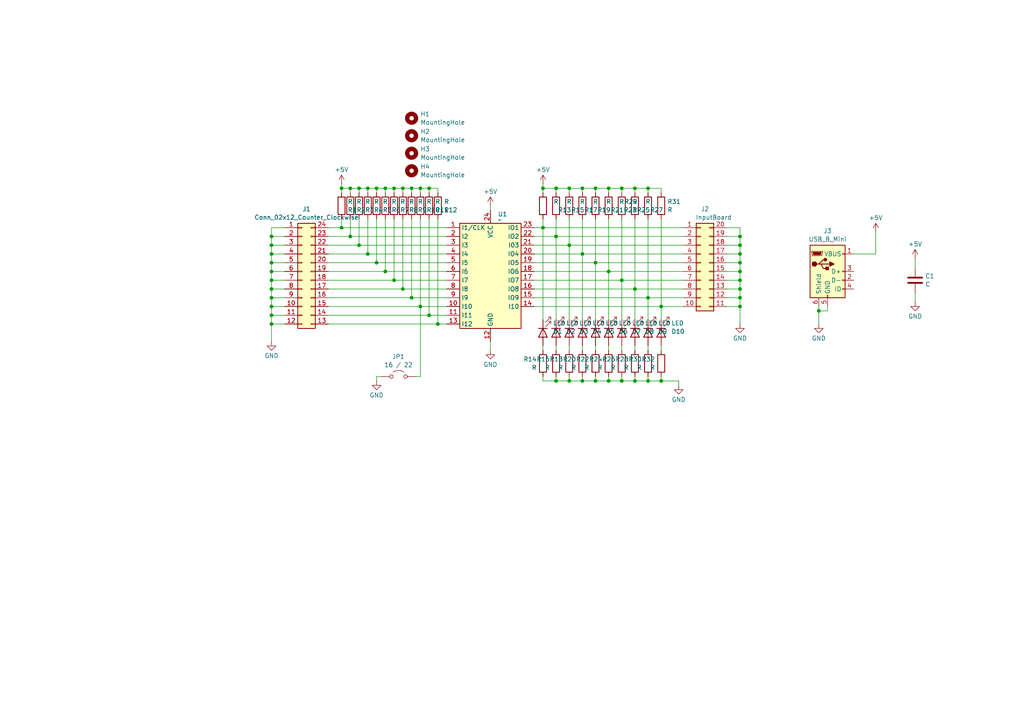
<source format=kicad_sch>
(kicad_sch (version 20250114) (generator "eeschema") (generator_version "9.0")
  (paper "A4")
  (lib_symbols
    (symbol "Connector:USB_B_Mini" (pin_names (offset 1.016))
      (property "Reference" "J" (at -5.08 11.43 0))
      (property "Value" "USB_B_Mini" (at -5.08 8.89 0))
      (symbol "USB_B_Mini_0_1"
        (rectangle (start -5.08 -7.62) (end 5.08 7.62) (stroke (width 0.254)) (fill (type background)))
        (polyline (pts (xy -4.699 5.842) (xy -4.699 5.588) (xy -4.445 4.826) (xy -4.445 4.572) (xy -1.651 4.572) (xy -1.651 4.826) (xy -1.397 5.588) (xy -1.397 5.842) (xy -4.699 5.842)))
        (polyline (pts (xy -4.318 5.588) (xy -1.778 5.588) (xy -2.032 4.826) (xy -4.064 4.826) (xy -4.318 5.588)) (fill (type outline)))
        (circle (center -3.81 2.159) (radius 0.635) (stroke (width 0.254)) (fill (type outline)))
        (polyline (pts (xy -3.175 2.159) (xy -2.54 2.159) (xy -1.27 3.429) (xy -0.635 3.429)) (stroke (width 0.254)))
        (polyline (pts (xy -2.54 2.159) (xy -1.905 2.159) (xy -1.27 0.889) (xy 0 0.889)) (stroke (width 0.254)))
        (polyline (pts (xy -1.905 2.159) (xy 0.635 2.159)) (stroke (width 0.254)))
        (circle (center -0.635 3.429) (radius 0.381) (stroke (width 0.254)) (fill (type outline)))
        (rectangle (start -0.127 -7.62) (end 0.127 -6.858))
        (rectangle (start 0.254 1.27) (end -0.508 0.508) (stroke (width 0.254)) (fill (type outline)))
        (polyline (pts (xy 0.635 2.794) (xy 0.635 1.524) (xy 1.905 2.159) (xy 0.635 2.794)) (stroke (width 0.254)) (fill (type outline)))
        (rectangle (start 5.08 4.953) (end 4.318 5.207))
        (rectangle (start 5.08 -0.127) (end 4.318 0.127))
        (rectangle (start 5.08 -2.667) (end 4.318 -2.413))
        (rectangle (start 5.08 -5.207) (end 4.318 -4.953))
      )
      (symbol "USB_B_Mini_1_1"
        (pin passive line (at -2.54 -10.16 90) (length 2.54) (name "Shield") (number "6"))
        (pin power_out line (at 0 -10.16 90) (length 2.54) (name "GND") (number "5"))
        (pin power_out line (at 7.62 5.08 180) (length 2.54) (name "VBUS") (number "1"))
        (pin bidirectional line (at 7.62 0 180) (length 2.54) (name "D+") (number "3"))
        (pin bidirectional line (at 7.62 -2.54 180) (length 2.54) (name "D-") (number "2"))
        (pin passive line (at 7.62 -5.08 180) (length 2.54) (name "ID") (number "4"))
      )
    )
    (symbol "Connector_Generic:Conn_02x10_Counter_Clockwise" (pin_names (offset 1.016) (hide yes))
      (property "Reference" "J" (at 1.27 12.7 0))
      (property "Value" "Conn_02x10_Counter_Clockwise" (at 1.27 -15.24 0))
      (symbol "Conn_02x10_Counter_Clockwise_1_1"
        (rectangle (start -1.27 11.43) (end 3.81 -13.97) (stroke (width 0.254)) (fill (type background)))
        (rectangle (start -1.27 10.287) (end 0 10.033) (stroke (width 0.1524)))
        (rectangle (start -1.27 7.747) (end 0 7.493) (stroke (width 0.1524)))
        (rectangle (start -1.27 5.207) (end 0 4.953) (stroke (width 0.1524)))
        (rectangle (start -1.27 2.667) (end 0 2.413) (stroke (width 0.1524)))
        (rectangle (start -1.27 0.127) (end 0 -0.127) (stroke (width 0.1524)))
        (rectangle (start -1.27 -2.413) (end 0 -2.667) (stroke (width 0.1524)))
        (rectangle (start -1.27 -4.953) (end 0 -5.207) (stroke (width 0.1524)))
        (rectangle (start -1.27 -7.493) (end 0 -7.747) (stroke (width 0.1524)))
        (rectangle (start -1.27 -10.033) (end 0 -10.287) (stroke (width 0.1524)))
        (rectangle (start -1.27 -12.573) (end 0 -12.827) (stroke (width 0.1524)))
        (rectangle (start 3.81 10.287) (end 2.54 10.033) (stroke (width 0.1524)))
        (rectangle (start 3.81 7.747) (end 2.54 7.493) (stroke (width 0.1524)))
        (rectangle (start 3.81 5.207) (end 2.54 4.953) (stroke (width 0.1524)))
        (rectangle (start 3.81 2.667) (end 2.54 2.413) (stroke (width 0.1524)))
        (rectangle (start 3.81 0.127) (end 2.54 -0.127) (stroke (width 0.1524)))
        (rectangle (start 3.81 -2.413) (end 2.54 -2.667) (stroke (width 0.1524)))
        (rectangle (start 3.81 -4.953) (end 2.54 -5.207) (stroke (width 0.1524)))
        (rectangle (start 3.81 -7.493) (end 2.54 -7.747) (stroke (width 0.1524)))
        (rectangle (start 3.81 -10.033) (end 2.54 -10.287) (stroke (width 0.1524)))
        (rectangle (start 3.81 -12.573) (end 2.54 -12.827) (stroke (width 0.1524)))
        (pin passive line (at -5.08 10.16 0) (length 3.81) (name "Pin_1") (number "1"))
        (pin passive line (at -5.08 7.62 0) (length 3.81) (name "Pin_2") (number "2"))
        (pin passive line (at -5.08 5.08 0) (length 3.81) (name "Pin_3") (number "3"))
        (pin passive line (at -5.08 2.54 0) (length 3.81) (name "Pin_4") (number "4"))
        (pin passive line (at -5.08 0 0) (length 3.81) (name "Pin_5") (number "5"))
        (pin passive line (at -5.08 -2.54 0) (length 3.81) (name "Pin_6") (number "6"))
        (pin passive line (at -5.08 -5.08 0) (length 3.81) (name "Pin_7") (number "7"))
        (pin passive line (at -5.08 -7.62 0) (length 3.81) (name "Pin_8") (number "8"))
        (pin passive line (at -5.08 -10.16 0) (length 3.81) (name "Pin_9") (number "9"))
        (pin passive line (at -5.08 -12.7 0) (length 3.81) (name "Pin_10") (number "10"))
        (pin passive line (at 7.62 10.16 180) (length 3.81) (name "Pin_20") (number "20"))
        (pin passive line (at 7.62 7.62 180) (length 3.81) (name "Pin_19") (number "19"))
        (pin passive line (at 7.62 5.08 180) (length 3.81) (name "Pin_18") (number "18"))
        (pin passive line (at 7.62 2.54 180) (length 3.81) (name "Pin_17") (number "17"))
        (pin passive line (at 7.62 0 180) (length 3.81) (name "Pin_16") (number "16"))
        (pin passive line (at 7.62 -2.54 180) (length 3.81) (name "Pin_15") (number "15"))
        (pin passive line (at 7.62 -5.08 180) (length 3.81) (name "Pin_14") (number "14"))
        (pin passive line (at 7.62 -7.62 180) (length 3.81) (name "Pin_13") (number "13"))
        (pin passive line (at 7.62 -10.16 180) (length 3.81) (name "Pin_12") (number "12"))
        (pin passive line (at 7.62 -12.7 180) (length 3.81) (name "Pin_11") (number "11"))
      )
    )
    (symbol "Connector_Generic:Conn_02x12_Counter_Clockwise" (pin_names (offset 1.016) (hide yes))
      (property "Reference" "J" (at 1.27 15.24 0))
      (property "Value" "Conn_02x12_Counter_Clockwise" (at 1.27 -17.78 0))
      (symbol "Conn_02x12_Counter_Clockwise_1_1"
        (rectangle (start -1.27 13.97) (end 3.81 -16.51) (stroke (width 0.254)) (fill (type background)))
        (rectangle (start -1.27 12.827) (end 0 12.573) (stroke (width 0.1524)))
        (rectangle (start -1.27 10.287) (end 0 10.033) (stroke (width 0.1524)))
        (rectangle (start -1.27 7.747) (end 0 7.493) (stroke (width 0.1524)))
        (rectangle (start -1.27 5.207) (end 0 4.953) (stroke (width 0.1524)))
        (rectangle (start -1.27 2.667) (end 0 2.413) (stroke (width 0.1524)))
        (rectangle (start -1.27 0.127) (end 0 -0.127) (stroke (width 0.1524)))
        (rectangle (start -1.27 -2.413) (end 0 -2.667) (stroke (width 0.1524)))
        (rectangle (start -1.27 -4.953) (end 0 -5.207) (stroke (width 0.1524)))
        (rectangle (start -1.27 -7.493) (end 0 -7.747) (stroke (width 0.1524)))
        (rectangle (start -1.27 -10.033) (end 0 -10.287) (stroke (width 0.1524)))
        (rectangle (start -1.27 -12.573) (end 0 -12.827) (stroke (width 0.1524)))
        (rectangle (start -1.27 -15.113) (end 0 -15.367) (stroke (width 0.1524)))
        (rectangle (start 3.81 12.827) (end 2.54 12.573) (stroke (width 0.1524)))
        (rectangle (start 3.81 10.287) (end 2.54 10.033) (stroke (width 0.1524)))
        (rectangle (start 3.81 7.747) (end 2.54 7.493) (stroke (width 0.1524)))
        (rectangle (start 3.81 5.207) (end 2.54 4.953) (stroke (width 0.1524)))
        (rectangle (start 3.81 2.667) (end 2.54 2.413) (stroke (width 0.1524)))
        (rectangle (start 3.81 0.127) (end 2.54 -0.127) (stroke (width 0.1524)))
        (rectangle (start 3.81 -2.413) (end 2.54 -2.667) (stroke (width 0.1524)))
        (rectangle (start 3.81 -4.953) (end 2.54 -5.207) (stroke (width 0.1524)))
        (rectangle (start 3.81 -7.493) (end 2.54 -7.747) (stroke (width 0.1524)))
        (rectangle (start 3.81 -10.033) (end 2.54 -10.287) (stroke (width 0.1524)))
        (rectangle (start 3.81 -12.573) (end 2.54 -12.827) (stroke (width 0.1524)))
        (rectangle (start 3.81 -15.113) (end 2.54 -15.367) (stroke (width 0.1524)))
        (pin passive line (at -5.08 12.7 0) (length 3.81) (name "Pin_1") (number "1"))
        (pin passive line (at -5.08 10.16 0) (length 3.81) (name "Pin_2") (number "2"))
        (pin passive line (at -5.08 7.62 0) (length 3.81) (name "Pin_3") (number "3"))
        (pin passive line (at -5.08 5.08 0) (length 3.81) (name "Pin_4") (number "4"))
        (pin passive line (at -5.08 2.54 0) (length 3.81) (name "Pin_5") (number "5"))
        (pin passive line (at -5.08 0 0) (length 3.81) (name "Pin_6") (number "6"))
        (pin passive line (at -5.08 -2.54 0) (length 3.81) (name "Pin_7") (number "7"))
        (pin passive line (at -5.08 -5.08 0) (length 3.81) (name "Pin_8") (number "8"))
        (pin passive line (at -5.08 -7.62 0) (length 3.81) (name "Pin_9") (number "9"))
        (pin passive line (at -5.08 -10.16 0) (length 3.81) (name "Pin_10") (number "10"))
        (pin passive line (at -5.08 -12.7 0) (length 3.81) (name "Pin_11") (number "11"))
        (pin passive line (at -5.08 -15.24 0) (length 3.81) (name "Pin_12") (number "12"))
        (pin passive line (at 7.62 12.7 180) (length 3.81) (name "Pin_24") (number "24"))
        (pin passive line (at 7.62 10.16 180) (length 3.81) (name "Pin_23") (number "23"))
        (pin passive line (at 7.62 7.62 180) (length 3.81) (name "Pin_22") (number "22"))
        (pin passive line (at 7.62 5.08 180) (length 3.81) (name "Pin_21") (number "21"))
        (pin passive line (at 7.62 2.54 180) (length 3.81) (name "Pin_20") (number "20"))
        (pin passive line (at 7.62 0 180) (length 3.81) (name "Pin_19") (number "19"))
        (pin passive line (at 7.62 -2.54 180) (length 3.81) (name "Pin_18") (number "18"))
        (pin passive line (at 7.62 -5.08 180) (length 3.81) (name "Pin_17") (number "17"))
        (pin passive line (at 7.62 -7.62 180) (length 3.81) (name "Pin_16") (number "16"))
        (pin passive line (at 7.62 -10.16 180) (length 3.81) (name "Pin_15") (number "15"))
        (pin passive line (at 7.62 -12.7 180) (length 3.81) (name "Pin_14") (number "14"))
        (pin passive line (at 7.62 -15.24 180) (length 3.81) (name "Pin_13") (number "13"))
      )
    )
    (symbol "Device:C" (pin_numbers (hide yes)) (pin_names (offset 0.254))
      (property "Reference" "C" (at 0.635 2.54 0))
      (property "Value" "C" (at 0.635 -2.54 0))
      (symbol "C_0_1"
        (polyline (pts (xy -2.032 0.762) (xy 2.032 0.762)) (stroke (width 0.508)))
        (polyline (pts (xy -2.032 -0.762) (xy 2.032 -0.762)) (stroke (width 0.508)))
      )
      (symbol "C_1_1"
        (pin passive line (at 0 3.81 270) (length 2.794) (name "~") (number "1"))
        (pin passive line (at 0 -3.81 90) (length 2.794) (name "~") (number "2"))
      )
    )
    (symbol "Device:LED" (pin_numbers (hide yes)) (pin_names (offset 1.016) (hide yes))
      (property "Reference" "D" (at 0 2.54 0))
      (property "Value" "LED" (at 0 -2.54 0))
      (symbol "LED_0_1"
        (polyline (pts (xy -3.048 -0.762) (xy -4.572 -2.286) (xy -3.81 -2.286) (xy -4.572 -2.286) (xy -4.572 -1.524)))
        (polyline (pts (xy -1.778 -0.762) (xy -3.302 -2.286) (xy -2.54 -2.286) (xy -3.302 -2.286) (xy -3.302 -1.524)))
        (polyline (pts (xy -1.27 0) (xy 1.27 0)))
        (polyline (pts (xy -1.27 -1.27) (xy -1.27 1.27)) (stroke (width 0.254)))
        (polyline (pts (xy 1.27 -1.27) (xy 1.27 1.27) (xy -1.27 0) (xy 1.27 -1.27)) (stroke (width 0.254)))
      )
      (symbol "LED_1_1"
        (pin passive line (at -3.81 0 0) (length 2.54) (name "K") (number "1"))
        (pin passive line (at 3.81 0 180) (length 2.54) (name "A") (number "2"))
      )
    )
    (symbol "Device:R" (pin_numbers (hide yes)) (pin_names (offset 0))
      (property "Reference" "R" (at 2.032 0 90))
      (property "Value" "R" (at 0 0 90))
      (symbol "R_0_1"
        (rectangle (start -1.016 -2.54) (end 1.016 2.54) (stroke (width 0.254)))
      )
      (symbol "R_1_1"
        (pin passive line (at 0 3.81 270) (length 1.27) (name "~") (number "1"))
        (pin passive line (at 0 -3.81 90) (length 1.27) (name "~") (number "2"))
      )
    )
    (symbol "Jumper:Jumper_2_Open" (pin_numbers (hide yes)) (pin_names (offset 0) (hide yes))
      (property "Reference" "JP" (at 0 2.794 0))
      (property "Value" "Jumper_2_Open" (at 0 -2.286 0))
      (symbol "Jumper_2_Open_0_0"
        (circle (center -2.032 0) (radius 0.508))
        (circle (center 2.032 0) (radius 0.508))
      )
      (symbol "Jumper_2_Open_0_1"
        (arc (start -1.524 1.27) (mid 0 1.778) (end 1.524 1.27))
      )
      (symbol "Jumper_2_Open_1_1"
        (pin passive line (at -5.08 0 0) (length 2.54) (name "A") (number "1"))
        (pin passive line (at 5.08 0 180) (length 2.54) (name "B") (number "2"))
      )
    )
    (symbol "Mechanical:MountingHole" (pin_names (offset 1.016)) (in_bom no)
      (property "Reference" "H" (at 0 5.08 0))
      (property "Value" "MountingHole" (at 0 3.175 0))
      (symbol "MountingHole_0_1"
        (circle (center 0 0) (radius 1.27) (stroke (width 1.27)))
      )
    )
    (symbol "motherboard:GAL22V10"
      (property "Reference" "U" (at 0 -2.794 0))
      (symbol "GAL22V10_0_1"
        (rectangle (start -1.27 29.21) (end 16.51 -1.27) (stroke (width 0.254)) (fill (type background)))
      )
      (symbol "GAL22V10_1_0"
        (pin power_in line (at 7.62 33.02 270) (length 3.81) (name "VCC") (number "24"))
        (pin power_in line (at 7.62 -5.08 90) (length 3.81) (name "GND") (number "12"))
      )
      (symbol "GAL22V10_1_1"
        (pin input line (at -5.08 27.94 0) (length 3.81) (name "I1/CLK") (number "1"))
        (pin input line (at -5.08 25.4 0) (length 3.81) (name "I2") (number "2"))
        (pin input line (at -5.08 22.86 0) (length 3.81) (name "I3") (number "3"))
        (pin input line (at -5.08 20.32 0) (length 3.81) (name "I4") (number "4"))
        (pin input line (at -5.08 17.78 0) (length 3.81) (name "I5") (number "5"))
        (pin input line (at -5.08 15.24 0) (length 3.81) (name "I6") (number "6"))
        (pin input line (at -5.08 12.7 0) (length 3.81) (name "I7") (number "7"))
        (pin input line (at -5.08 10.16 0) (length 3.81) (name "I8") (number "8"))
        (pin input line (at -5.08 7.62 0) (length 3.81) (name "I9") (number "9"))
        (pin input line (at -5.08 5.08 0) (length 3.81) (name "I10") (number "10"))
        (pin input line (at -5.08 2.54 0) (length 3.81) (name "I11") (number "11"))
        (pin input line (at -5.08 0 0) (length 3.81) (name "I12") (number "13"))
        (pin tri_state line (at 20.32 27.94 180) (length 3.81) (name "IO1") (number "23"))
        (pin tri_state line (at 20.32 25.4 180) (length 3.81) (name "IO2") (number "22"))
        (pin tri_state line (at 20.32 22.86 180) (length 3.81) (name "I03") (number "21"))
        (pin tri_state line (at 20.32 20.32 180) (length 3.81) (name "IO4") (number "20"))
        (pin tri_state line (at 20.32 17.78 180) (length 3.81) (name "IO5") (number "19"))
        (pin tri_state line (at 20.32 15.24 180) (length 3.81) (name "IO6") (number "18"))
        (pin tri_state line (at 20.32 12.7 180) (length 3.81) (name "IO7") (number "17"))
        (pin tri_state line (at 20.32 10.16 180) (length 3.81) (name "IO8") (number "16"))
        (pin tri_state line (at 20.32 7.62 180) (length 3.81) (name "IO9") (number "15"))
        (pin tri_state line (at 20.32 5.08 180) (length 3.81) (name "I10") (number "14"))
      )
    )
    (symbol "power:+5V" (power) (pin_numbers (hide yes)) (pin_names (offset 0) (hide yes))
      (property "Value" "+5V" (at 0 3.556 0))
      (symbol "+5V_0_1"
        (polyline (pts (xy -0.762 1.27) (xy 0 2.54)))
        (polyline (pts (xy 0 2.54) (xy 0.762 1.27)))
        (polyline (pts (xy 0 0) (xy 0 2.54)))
      )
      (symbol "+5V_1_1"
        (pin power_in line (at 0 0 90) (length 0) (name "~") (number "1"))
      )
    )
    (symbol "power:GND" (power) (pin_numbers (hide yes)) (pin_names (offset 0) (hide yes))
      (property "Value" "GND" (at 0 -3.81 0))
      (symbol "GND_0_1"
        (polyline (pts (xy 0 0) (xy 0 -1.27) (xy 1.27 -1.27) (xy 0 -2.54) (xy -1.27 -1.27) (xy 0 -1.27)))
      )
      (symbol "GND_1_1"
        (pin power_in line (at 0 0 270) (length 0) (name "~") (number "1"))
      )
    )
  )
  (junction (at 180.34 54.61))
  (junction (at 184.15 54.61))
  (junction (at 121.92 88.9))
  (junction (at 176.53 54.61))
  (junction (at 78.74 93.98))
  (junction (at 214.63 68.58))
  (junction (at 111.76 54.61))
  (junction (at 184.15 110.49))
  (junction (at 109.22 54.61))
  (junction (at 104.14 54.61))
  (junction (at 214.63 88.9))
  (junction (at 78.74 88.9))
  (junction (at 106.68 73.66))
  (junction (at 116.84 54.61))
  (junction (at 109.22 76.2))
  (junction (at 101.6 54.61))
  (junction (at 176.53 78.74))
  (junction (at 104.14 71.12))
  (junction (at 191.77 88.9))
  (junction (at 161.29 110.49))
  (junction (at 214.63 76.2))
  (junction (at 187.96 110.49))
  (junction (at 187.96 54.61))
  (junction (at 127 93.98))
  (junction (at 78.74 91.44))
  (junction (at 78.74 81.28))
  (junction (at 124.46 91.44))
  (junction (at 78.74 86.36))
  (junction (at 172.72 110.49))
  (junction (at 237.49 90.17))
  (junction (at 157.48 66.04))
  (junction (at 187.96 86.36))
  (junction (at 119.38 86.36))
  (junction (at 172.72 76.2))
  (junction (at 176.53 110.49))
  (junction (at 106.68 54.61))
  (junction (at 161.29 54.61))
  (junction (at 99.06 66.04))
  (junction (at 214.63 71.12))
  (junction (at 99.06 54.61))
  (junction (at 214.63 86.36))
  (junction (at 168.91 54.61))
  (junction (at 214.63 83.82))
  (junction (at 78.74 73.66))
  (junction (at 114.3 54.61))
  (junction (at 168.91 73.66))
  (junction (at 184.15 83.82))
  (junction (at 168.91 110.49))
  (junction (at 78.74 71.12))
  (junction (at 172.72 54.61))
  (junction (at 214.63 78.74))
  (junction (at 78.74 83.82))
  (junction (at 111.76 78.74))
  (junction (at 165.1 54.61))
  (junction (at 101.6 68.58))
  (junction (at 114.3 81.28))
  (junction (at 165.1 110.49))
  (junction (at 124.46 54.61))
  (junction (at 78.74 68.58))
  (junction (at 214.63 73.66))
  (junction (at 78.74 78.74))
  (junction (at 191.77 110.49))
  (junction (at 214.63 81.28))
  (junction (at 78.74 76.2))
  (junction (at 165.1 71.12))
  (junction (at 161.29 68.58))
  (junction (at 180.34 110.49))
  (junction (at 180.34 81.28))
  (junction (at 157.48 54.61))
  (junction (at 121.92 54.61))
  (junction (at 116.84 83.82))
  (junction (at 119.38 54.61))
  (wire (pts (xy 106.68 63.5) (xy 106.68 73.66)))
  (wire (pts (xy 119.38 55.88) (xy 119.38 54.61)))
  (wire (pts (xy 161.29 68.58) (xy 198.12 68.58)))
  (wire (pts (xy 214.63 66.04) (xy 214.63 68.58)))
  (wire (pts (xy 187.96 110.49) (xy 187.96 109.22)))
  (wire (pts (xy 172.72 76.2) (xy 172.72 92.71)))
  (wire (pts (xy 157.48 109.22) (xy 157.48 110.49)))
  (wire (pts (xy 78.74 86.36) (xy 78.74 88.9)))
  (wire (pts (xy 165.1 55.88) (xy 165.1 54.61)))
  (wire (pts (xy 78.74 76.2) (xy 82.55 76.2)))
  (wire (pts (xy 157.48 66.04) (xy 198.12 66.04)))
  (wire (pts (xy 95.25 91.44) (xy 124.46 91.44)))
  (wire (pts (xy 165.1 54.61) (xy 168.91 54.61)))
  (wire (pts (xy 168.91 54.61) (xy 172.72 54.61)))
  (wire (pts (xy 214.63 68.58) (xy 214.63 71.12)))
  (wire (pts (xy 210.82 76.2) (xy 214.63 76.2)))
  (wire (pts (xy 119.38 54.61) (xy 116.84 54.61)))
  (wire (pts (xy 191.77 88.9) (xy 191.77 92.71)))
  (wire (pts (xy 78.74 83.82) (xy 78.74 86.36)))
  (wire (pts (xy 187.96 101.6) (xy 187.96 100.33)))
  (wire (pts (xy 82.55 66.04) (xy 78.74 66.04)))
  (wire (pts (xy 78.74 83.82) (xy 82.55 83.82)))
  (wire (pts (xy 157.48 54.61) (xy 157.48 53.34)))
  (wire (pts (xy 154.94 68.58) (xy 161.29 68.58)))
  (wire (pts (xy 154.94 71.12) (xy 165.1 71.12)))
  (wire (pts (xy 101.6 68.58) (xy 129.54 68.58)))
  (wire (pts (xy 78.74 71.12) (xy 78.74 73.66)))
  (wire (pts (xy 111.76 63.5) (xy 111.76 78.74)))
  (wire (pts (xy 240.03 90.17) (xy 237.49 90.17)))
  (wire (pts (xy 237.49 90.17) (xy 237.49 93.98)))
  (wire (pts (xy 214.63 78.74) (xy 214.63 81.28)))
  (wire (pts (xy 184.15 63.5) (xy 184.15 83.82)))
  (wire (pts (xy 106.68 73.66) (xy 129.54 73.66)))
  (wire (pts (xy 114.3 55.88) (xy 114.3 54.61)))
  (wire (pts (xy 165.1 109.22) (xy 165.1 110.49)))
  (wire (pts (xy 157.48 54.61) (xy 161.29 54.61)))
  (wire (pts (xy 172.72 63.5) (xy 172.72 76.2)))
  (wire (pts (xy 187.96 55.88) (xy 187.96 54.61)))
  (wire (pts (xy 95.25 71.12) (xy 104.14 71.12)))
  (wire (pts (xy 265.43 85.09) (xy 265.43 87.63)))
  (wire (pts (xy 154.94 73.66) (xy 168.91 73.66)))
  (wire (pts (xy 78.74 86.36) (xy 82.55 86.36)))
  (wire (pts (xy 157.48 110.49) (xy 161.29 110.49)))
  (wire (pts (xy 240.03 88.9) (xy 240.03 90.17)))
  (wire (pts (xy 99.06 55.88) (xy 99.06 54.61)))
  (wire (pts (xy 168.91 110.49) (xy 172.72 110.49)))
  (wire (pts (xy 142.24 59.69) (xy 142.24 60.96)))
  (wire (pts (xy 127 93.98) (xy 129.54 93.98)))
  (wire (pts (xy 265.43 74.93) (xy 265.43 77.47)))
  (wire (pts (xy 95.25 86.36) (xy 119.38 86.36)))
  (wire (pts (xy 78.74 91.44) (xy 78.74 93.98)))
  (wire (pts (xy 154.94 83.82) (xy 184.15 83.82)))
  (wire (pts (xy 78.74 93.98) (xy 82.55 93.98)))
  (wire (pts (xy 161.29 110.49) (xy 161.29 109.22)))
  (wire (pts (xy 214.63 81.28) (xy 214.63 83.82)))
  (wire (pts (xy 184.15 54.61) (xy 187.96 54.61)))
  (wire (pts (xy 165.1 71.12) (xy 165.1 92.71)))
  (wire (pts (xy 187.96 92.71) (xy 187.96 86.36)))
  (wire (pts (xy 168.91 101.6) (xy 168.91 100.33)))
  (wire (pts (xy 172.72 54.61) (xy 176.53 54.61)))
  (wire (pts (xy 184.15 83.82) (xy 198.12 83.82)))
  (wire (pts (xy 191.77 63.5) (xy 191.77 88.9)))
  (wire (pts (xy 154.94 76.2) (xy 172.72 76.2)))
  (wire (pts (xy 184.15 83.82) (xy 184.15 92.71)))
  (wire (pts (xy 95.25 78.74) (xy 111.76 78.74)))
  (wire (pts (xy 157.48 101.6) (xy 157.48 100.33)))
  (wire (pts (xy 184.15 110.49) (xy 184.15 109.22)))
  (wire (pts (xy 214.63 88.9) (xy 214.63 93.98)))
  (wire (pts (xy 104.14 54.61) (xy 101.6 54.61)))
  (wire (pts (xy 154.94 78.74) (xy 176.53 78.74)))
  (wire (pts (xy 187.96 54.61) (xy 191.77 54.61)))
  (wire (pts (xy 95.25 81.28) (xy 114.3 81.28)))
  (wire (pts (xy 78.74 68.58) (xy 78.74 71.12)))
  (wire (pts (xy 78.74 93.98) (xy 78.74 99.06)))
  (wire (pts (xy 184.15 101.6) (xy 184.15 100.33)))
  (wire (pts (xy 168.91 63.5) (xy 168.91 73.66)))
  (wire (pts (xy 121.92 55.88) (xy 121.92 54.61)))
  (wire (pts (xy 180.34 81.28) (xy 180.34 92.71)))
  (wire (pts (xy 180.34 54.61) (xy 184.15 54.61)))
  (wire (pts (xy 104.14 71.12) (xy 129.54 71.12)))
  (wire (pts (xy 161.29 63.5) (xy 161.29 68.58)))
  (wire (pts (xy 180.34 81.28) (xy 198.12 81.28)))
  (wire (pts (xy 95.25 88.9) (xy 121.92 88.9)))
  (wire (pts (xy 196.85 110.49) (xy 196.85 111.76)))
  (wire (pts (xy 101.6 55.88) (xy 101.6 54.61)))
  (wire (pts (xy 116.84 63.5) (xy 116.84 83.82)))
  (wire (pts (xy 114.3 54.61) (xy 111.76 54.61)))
  (wire (pts (xy 176.53 54.61) (xy 180.34 54.61)))
  (wire (pts (xy 161.29 55.88) (xy 161.29 54.61)))
  (wire (pts (xy 210.82 78.74) (xy 214.63 78.74)))
  (wire (pts (xy 168.91 73.66) (xy 198.12 73.66)))
  (wire (pts (xy 187.96 86.36) (xy 198.12 86.36)))
  (wire (pts (xy 161.29 54.61) (xy 165.1 54.61)))
  (wire (pts (xy 78.74 66.04) (xy 78.74 68.58)))
  (wire (pts (xy 127 63.5) (xy 127 93.98)))
  (wire (pts (xy 191.77 101.6) (xy 191.77 100.33)))
  (wire (pts (xy 104.14 55.88) (xy 104.14 54.61)))
  (wire (pts (xy 172.72 110.49) (xy 176.53 110.49)))
  (wire (pts (xy 214.63 71.12) (xy 214.63 73.66)))
  (wire (pts (xy 109.22 54.61) (xy 106.68 54.61)))
  (wire (pts (xy 116.84 55.88) (xy 116.84 54.61)))
  (wire (pts (xy 114.3 81.28) (xy 129.54 81.28)))
  (wire (pts (xy 210.82 73.66) (xy 214.63 73.66)))
  (wire (pts (xy 157.48 63.5) (xy 157.48 66.04)))
  (wire (pts (xy 187.96 63.5) (xy 187.96 86.36)))
  (wire (pts (xy 127 54.61) (xy 124.46 54.61)))
  (wire (pts (xy 180.34 101.6) (xy 180.34 100.33)))
  (wire (pts (xy 172.72 55.88) (xy 172.72 54.61)))
  (wire (pts (xy 95.25 73.66) (xy 106.68 73.66)))
  (wire (pts (xy 165.1 101.6) (xy 165.1 100.33)))
  (wire (pts (xy 176.53 110.49) (xy 176.53 109.22)))
  (wire (pts (xy 78.74 88.9) (xy 78.74 91.44)))
  (wire (pts (xy 176.53 110.49) (xy 180.34 110.49)))
  (wire (pts (xy 109.22 76.2) (xy 129.54 76.2)))
  (wire (pts (xy 191.77 110.49) (xy 196.85 110.49)))
  (wire (pts (xy 99.06 54.61) (xy 99.06 53.34)))
  (wire (pts (xy 237.49 88.9) (xy 237.49 90.17)))
  (wire (pts (xy 184.15 110.49) (xy 187.96 110.49)))
  (wire (pts (xy 124.46 63.5) (xy 124.46 91.44)))
  (wire (pts (xy 165.1 63.5) (xy 165.1 71.12)))
  (wire (pts (xy 111.76 54.61) (xy 109.22 54.61)))
  (wire (pts (xy 109.22 55.88) (xy 109.22 54.61)))
  (wire (pts (xy 82.55 91.44) (xy 78.74 91.44)))
  (wire (pts (xy 184.15 55.88) (xy 184.15 54.61)))
  (wire (pts (xy 78.74 73.66) (xy 82.55 73.66)))
  (wire (pts (xy 111.76 55.88) (xy 111.76 54.61)))
  (wire (pts (xy 176.53 78.74) (xy 176.53 92.71)))
  (wire (pts (xy 214.63 73.66) (xy 214.63 76.2)))
  (wire (pts (xy 180.34 110.49) (xy 184.15 110.49)))
  (wire (pts (xy 124.46 55.88) (xy 124.46 54.61)))
  (wire (pts (xy 154.94 81.28) (xy 180.34 81.28)))
  (wire (pts (xy 78.74 73.66) (xy 78.74 76.2)))
  (wire (pts (xy 95.25 68.58) (xy 101.6 68.58)))
  (wire (pts (xy 101.6 54.61) (xy 99.06 54.61)))
  (wire (pts (xy 127 55.88) (xy 127 54.61)))
  (wire (pts (xy 165.1 110.49) (xy 168.91 110.49)))
  (wire (pts (xy 106.68 55.88) (xy 106.68 54.61)))
  (wire (pts (xy 121.92 88.9) (xy 129.54 88.9)))
  (wire (pts (xy 176.53 63.5) (xy 176.53 78.74)))
  (wire (pts (xy 119.38 63.5) (xy 119.38 86.36)))
  (wire (pts (xy 121.92 54.61) (xy 119.38 54.61)))
  (wire (pts (xy 165.1 71.12) (xy 198.12 71.12)))
  (wire (pts (xy 116.84 83.82) (xy 129.54 83.82)))
  (wire (pts (xy 161.29 110.49) (xy 165.1 110.49)))
  (wire (pts (xy 95.25 66.04) (xy 99.06 66.04)))
  (wire (pts (xy 191.77 88.9) (xy 198.12 88.9)))
  (wire (pts (xy 119.38 86.36) (xy 129.54 86.36)))
  (wire (pts (xy 78.74 78.74) (xy 78.74 81.28)))
  (wire (pts (xy 157.48 55.88) (xy 157.48 54.61)))
  (wire (pts (xy 154.94 88.9) (xy 191.77 88.9)))
  (wire (pts (xy 168.91 55.88) (xy 168.91 54.61)))
  (wire (pts (xy 104.14 63.5) (xy 104.14 71.12)))
  (wire (pts (xy 78.74 78.74) (xy 82.55 78.74)))
  (wire (pts (xy 210.82 66.04) (xy 214.63 66.04)))
  (wire (pts (xy 168.91 110.49) (xy 168.91 109.22)))
  (wire (pts (xy 180.34 63.5) (xy 180.34 81.28)))
  (wire (pts (xy 210.82 68.58) (xy 214.63 68.58)))
  (wire (pts (xy 247.65 73.66) (xy 254 73.66)))
  (wire (pts (xy 191.77 110.49) (xy 191.77 109.22)))
  (wire (pts (xy 95.25 76.2) (xy 109.22 76.2)))
  (wire (pts (xy 214.63 76.2) (xy 214.63 78.74)))
  (wire (pts (xy 176.53 78.74) (xy 198.12 78.74)))
  (wire (pts (xy 214.63 83.82) (xy 214.63 86.36)))
  (wire (pts (xy 172.72 110.49) (xy 172.72 109.22)))
  (wire (pts (xy 210.82 71.12) (xy 214.63 71.12)))
  (wire (pts (xy 180.34 55.88) (xy 180.34 54.61)))
  (wire (pts (xy 124.46 54.61) (xy 121.92 54.61)))
  (wire (pts (xy 214.63 86.36) (xy 214.63 88.9)))
  (wire (pts (xy 116.84 54.61) (xy 114.3 54.61)))
  (wire (pts (xy 210.82 88.9) (xy 214.63 88.9)))
  (wire (pts (xy 187.96 110.49) (xy 191.77 110.49)))
  (wire (pts (xy 106.68 54.61) (xy 104.14 54.61)))
  (wire (pts (xy 124.46 91.44) (xy 129.54 91.44)))
  (wire (pts (xy 78.74 81.28) (xy 78.74 83.82)))
  (wire (pts (xy 191.77 55.88) (xy 191.77 54.61)))
  (wire (pts (xy 111.76 78.74) (xy 129.54 78.74)))
  (wire (pts (xy 78.74 76.2) (xy 78.74 78.74)))
  (wire (pts (xy 78.74 81.28) (xy 82.55 81.28)))
  (wire (pts (xy 142.24 99.06) (xy 142.24 101.6)))
  (wire (pts (xy 95.25 93.98) (xy 127 93.98)))
  (wire (pts (xy 121.92 63.5) (xy 121.92 88.9)))
  (wire (pts (xy 161.29 101.6) (xy 161.29 100.33)))
  (wire (pts (xy 180.34 110.49) (xy 180.34 109.22)))
  (wire (pts (xy 99.06 66.04) (xy 129.54 66.04)))
  (wire (pts (xy 114.3 63.5) (xy 114.3 81.28)))
  (wire (pts (xy 95.25 83.82) (xy 116.84 83.82)))
  (wire (pts (xy 109.22 109.22) (xy 109.22 110.49)))
  (wire (pts (xy 78.74 71.12) (xy 82.55 71.12)))
  (wire (pts (xy 82.55 88.9) (xy 78.74 88.9)))
  (wire (pts (xy 210.82 81.28) (xy 214.63 81.28)))
  (wire (pts (xy 176.53 55.88) (xy 176.53 54.61)))
  (wire (pts (xy 110.49 109.22) (xy 109.22 109.22)))
  (wire (pts (xy 78.74 68.58) (xy 82.55 68.58)))
  (wire (pts (xy 210.82 83.82) (xy 214.63 83.82)))
  (wire (pts (xy 121.92 109.22) (xy 120.65 109.22)))
  (wire (pts (xy 121.92 109.22) (xy 121.92 88.9)))
  (wire (pts (xy 172.72 101.6) (xy 172.72 100.33)))
  (wire (pts (xy 157.48 66.04) (xy 157.48 92.71)))
  (wire (pts (xy 154.94 86.36) (xy 187.96 86.36)))
  (wire (pts (xy 161.29 68.58) (xy 161.29 92.71)))
  (wire (pts (xy 99.06 63.5) (xy 99.06 66.04)))
  (wire (pts (xy 210.82 86.36) (xy 214.63 86.36)))
  (wire (pts (xy 254 73.66) (xy 254 67.31)))
  (wire (pts (xy 109.22 63.5) (xy 109.22 76.2)))
  (wire (pts (xy 172.72 76.2) (xy 198.12 76.2)))
  (wire (pts (xy 101.6 63.5) (xy 101.6 68.58)))
  (wire (pts (xy 168.91 73.66) (xy 168.91 92.71)))
  (wire (pts (xy 154.94 66.04) (xy 157.48 66.04)))
  (wire (pts (xy 176.53 101.6) (xy 176.53 100.33)))
  (symbol (lib_id "Device:R") (at 187.96 105.41 0) (mirror x) (unit 1)
    (property "Reference" "R30" (at 186.182 104.1978 0) (effects (justify right)))
    (property "Value" "R" (at 186.182 106.6221 0) (effects (justify right)))
    (property "Footprint" "Resistor_THT:R_Axial_DIN0207_L6.3mm_D2.5mm_P2.54mm_Vertical" (effects (hide yes)))
    (property "Description" "Resistor" (effects (hide yes)))
  )
  (symbol (lib_id "Device:R") (at 161.29 59.69 0) (mirror y) (unit 1)
    (property "Reference" "R15" (at 165.608 60.9022 0) (effects (justify right)))
    (property "Value" "R" (at 164.338 58.4779 0) (effects (justify right)))
    (property "Footprint" "Resistor_THT:R_Axial_DIN0207_L6.3mm_D2.5mm_P2.54mm_Vertical" (effects (hide yes)))
    (property "Description" "Resistor" (effects (hide yes)))
  )
  (symbol (lib_id "power:+5V") (at 265.43 74.93 0) (unit 1)
    (property "Reference" "#PWR010" (effects (hide yes)))
    (property "Value" "+5V" (at 265.43 70.7969 0))
    (property "Description" "Power symbol creates a global label with name \"+5V\"" (effects (hide yes)))
  )
  (symbol (lib_id "Device:R") (at 180.34 59.69 0) (mirror y) (unit 1)
    (property "Reference" "R25" (at 184.658 60.9022 0) (effects (justify right)))
    (property "Value" "R" (at 183.388 58.4779 0) (effects (justify right)))
    (property "Footprint" "Resistor_THT:R_Axial_DIN0207_L6.3mm_D2.5mm_P2.54mm_Vertical" (effects (hide yes)))
    (property "Description" "Resistor" (effects (hide yes)))
  )
  (symbol (lib_id "power:GND") (at 214.63 93.98 0) (unit 1)
    (property "Reference" "#PWR07" (effects (hide yes)))
    (property "Value" "GND" (at 214.63 98.1131 0))
    (property "Description" "Power symbol creates a global label with name \"GND\" , ground" (effects (hide yes)))
  )
  (symbol (lib_id "Device:R") (at 116.84 59.69 0) (mirror y) (unit 1)
    (property "Reference" "R8" (at 118.618 60.9022 0) (effects (justify right)))
    (property "Value" "R" (at 118.618 58.4779 0) (effects (justify right)))
    (property "Footprint" "Resistor_THT:R_Axial_DIN0207_L6.3mm_D2.5mm_P2.54mm_Vertical" (effects (hide yes)))
    (property "Description" "Resistor" (effects (hide yes)))
  )
  (symbol (lib_id "Device:R") (at 191.77 105.41 0) (mirror x) (unit 1)
    (property "Reference" "R32" (at 189.992 104.1978 0) (effects (justify right)))
    (property "Value" "R" (at 189.992 106.6221 0) (effects (justify right)))
    (property "Footprint" "Resistor_THT:R_Axial_DIN0207_L6.3mm_D2.5mm_P2.54mm_Vertical" (effects (hide yes)))
    (property "Description" "Resistor" (effects (hide yes)))
  )
  (symbol (lib_id "Jumper:Jumper_2_Open") (at 115.57 109.22 0) (unit 1)
    (property "Reference" "JP1" (at 115.57 103.4245 0))
    (property "Value" "16 / 22" (at 115.57 105.8488 0))
    (property "Footprint" "Connector_PinHeader_2.54mm:PinHeader_1x02_P2.54mm_Vertical" (effects (hide yes)))
    (property "Description" "Jumper, 2-pole, open" (effects (hide yes)))
  )
  (symbol (lib_id "Mechanical:MountingHole") (at 119.38 34.29 0) (unit 1) (in_bom no)
    (property "Reference" "H1" (at 121.92 33.0778 0) (effects (justify left)))
    (property "Value" "MountingHole" (at 121.92 35.5021 0) (effects (justify left)))
    (property "Footprint" "MountingHole:MountingHole_3.2mm_M3" (effects (hide yes)))
    (property "Description" "Mounting Hole without connection" (effects (hide yes)))
  )
  (symbol (lib_id "Device:R") (at 172.72 105.41 0) (mirror x) (unit 1)
    (property "Reference" "R22" (at 170.942 104.1978 0) (effects (justify right)))
    (property "Value" "R" (at 170.942 106.6221 0) (effects (justify right)))
    (property "Footprint" "Resistor_THT:R_Axial_DIN0207_L6.3mm_D2.5mm_P2.54mm_Vertical" (effects (hide yes)))
    (property "Description" "Resistor" (effects (hide yes)))
  )
  (symbol (lib_id "Device:LED") (at 180.34 96.52 90) (mirror x) (unit 1)
    (property "Reference" "D7" (at 183.261 96.1447 90) (effects (justify right)))
    (property "Value" "LED" (at 183.261 93.7204 90) (effects (justify right)))
    (property "Footprint" "LED_THT:LED_D5.0mm" (effects (hide yes)))
    (property "Description" "Light emitting diode" (effects (hide yes)))
    (property "Sim.Pins" "1=K 2=A" (effects (hide yes)))
  )
  (symbol (lib_id "Device:R") (at 191.77 59.69 0) (mirror y) (unit 1)
    (property "Reference" "R31" (at 193.548 58.4778 0) (effects (justify right)))
    (property "Value" "R" (at 193.548 60.9021 0) (effects (justify right)))
    (property "Footprint" "Resistor_THT:R_Axial_DIN0207_L6.3mm_D2.5mm_P2.54mm_Vertical" (effects (hide yes)))
    (property "Description" "Resistor" (effects (hide yes)))
  )
  (symbol (lib_id "Device:R") (at 109.22 59.69 0) (mirror y) (unit 1)
    (property "Reference" "R5" (at 110.998 60.9022 0) (effects (justify right)))
    (property "Value" "R" (at 110.998 58.4779 0) (effects (justify right)))
    (property "Footprint" "Resistor_THT:R_Axial_DIN0207_L6.3mm_D2.5mm_P2.54mm_Vertical" (effects (hide yes)))
    (property "Description" "Resistor" (effects (hide yes)))
  )
  (symbol (lib_id "Device:LED") (at 176.53 96.52 90) (mirror x) (unit 1)
    (property "Reference" "D6" (at 179.451 96.1447 90) (effects (justify right)))
    (property "Value" "LED" (at 179.451 93.7204 90) (effects (justify right)))
    (property "Footprint" "LED_THT:LED_D5.0mm" (effects (hide yes)))
    (property "Description" "Light emitting diode" (effects (hide yes)))
    (property "Sim.Pins" "1=K 2=A" (effects (hide yes)))
  )
  (symbol (lib_id "Connector_Generic:Conn_02x12_Counter_Clockwise") (at 87.63 78.74 0) (unit 1)
    (property "Reference" "J1" (at 88.9 60.6255 0))
    (property "Value" "Conn_02x12_Counter_Clockwise" (at 88.9 63.0498 0))
    (property "Footprint" "Package_DIP:DIP-24_W7.62mm_Socket" (effects (hide yes)))
    (property "Description" "Generic connector, double row, 02x12, counter clockwise pin numbering scheme (similar to DIP package numbering), script generated (kicad-library-utils/schlib/autogen/connector/)" (effects (hide yes)))
  )
  (symbol (lib_id "power:GND") (at 237.49 93.98 0) (unit 1)
    (property "Reference" "#PWR08" (effects (hide yes)))
    (property "Value" "GND" (at 237.49 98.1131 0))
    (property "Description" "Power symbol creates a global label with name \"GND\" , ground" (effects (hide yes)))
  )
  (symbol (lib_id "Device:LED") (at 165.1 96.52 90) (mirror x) (unit 1)
    (property "Reference" "D3" (at 168.021 96.1447 90) (effects (justify right)))
    (property "Value" "LED" (at 168.021 93.7204 90) (effects (justify right)))
    (property "Footprint" "LED_THT:LED_D5.0mm" (effects (hide yes)))
    (property "Description" "Light emitting diode" (effects (hide yes)))
    (property "Sim.Pins" "1=K 2=A" (effects (hide yes)))
  )
  (symbol (lib_id "Device:R") (at 119.38 59.69 0) (mirror y) (unit 1)
    (property "Reference" "R9" (at 121.158 60.9022 0) (effects (justify right)))
    (property "Value" "R" (at 121.158 58.4779 0) (effects (justify right)))
    (property "Footprint" "Resistor_THT:R_Axial_DIN0207_L6.3mm_D2.5mm_P2.54mm_Vertical" (effects (hide yes)))
    (property "Description" "Resistor" (effects (hide yes)))
  )
  (symbol (lib_id "Device:R") (at 180.34 105.41 0) (mirror x) (unit 1)
    (property "Reference" "R26" (at 178.562 104.1978 0) (effects (justify right)))
    (property "Value" "R" (at 178.562 106.6221 0) (effects (justify right)))
    (property "Footprint" "Resistor_THT:R_Axial_DIN0207_L6.3mm_D2.5mm_P2.54mm_Vertical" (effects (hide yes)))
    (property "Description" "Resistor" (effects (hide yes)))
  )
  (symbol (lib_id "power:GND") (at 109.22 110.49 0) (unit 1)
    (property "Reference" "#PWR012" (effects (hide yes)))
    (property "Value" "GND" (at 109.22 114.6231 0))
    (property "Description" "Power symbol creates a global label with name \"GND\" , ground" (effects (hide yes)))
  )
  (symbol (lib_id "Device:R") (at 161.29 105.41 0) (mirror x) (unit 1)
    (property "Reference" "R16" (at 159.512 104.1978 0) (effects (justify right)))
    (property "Value" "R" (at 159.512 106.6221 0) (effects (justify right)))
    (property "Footprint" "Resistor_THT:R_Axial_DIN0207_L6.3mm_D2.5mm_P2.54mm_Vertical" (effects (hide yes)))
    (property "Description" "Resistor" (effects (hide yes)))
  )
  (symbol (lib_id "motherboard:GAL22V10") (at 134.62 93.98 0) (unit 1)
    (property "Reference" "U1" (at 144.3833 62.1115 0) (effects (justify left)))
    (property "Value" "~" (at 144.3833 63.7929 0) (effects (justify left)))
    (property "Footprint" "Socket:DIP_Socket-24_W4.3_W5.08_W7.62_W10.16_W10.9_3M_224-5248-00-0602J" (effects (hide yes)))
  )
  (symbol (lib_id "Mechanical:MountingHole") (at 119.38 49.53 0) (unit 1) (in_bom no)
    (property "Reference" "H4" (at 121.92 48.3178 0) (effects (justify left)))
    (property "Value" "MountingHole" (at 121.92 50.7421 0) (effects (justify left)))
    (property "Footprint" "MountingHole:MountingHole_3.2mm_M3" (effects (hide yes)))
    (property "Description" "Mounting Hole without connection" (effects (hide yes)))
  )
  (symbol (lib_id "Device:R") (at 187.96 59.69 0) (mirror y) (unit 1)
    (property "Reference" "R29" (at 184.912 58.4778 0) (effects (justify left)))
    (property "Value" "R" (at 184.912 60.9021 0) (effects (justify left)))
    (property "Footprint" "Resistor_THT:R_Axial_DIN0207_L6.3mm_D2.5mm_P2.54mm_Vertical" (effects (hide yes)))
    (property "Description" "Resistor" (effects (hide yes)))
  )
  (symbol (lib_id "Device:R") (at 101.6 59.69 0) (mirror y) (unit 1)
    (property "Reference" "R2" (at 103.378 60.9022 0) (effects (justify right)))
    (property "Value" "R" (at 103.378 58.4779 0) (effects (justify right)))
    (property "Footprint" "Resistor_THT:R_Axial_DIN0207_L6.3mm_D2.5mm_P2.54mm_Vertical" (effects (hide yes)))
    (property "Description" "Resistor" (effects (hide yes)))
  )
  (symbol (lib_id "power:GND") (at 78.74 99.06 0) (unit 1)
    (property "Reference" "#PWR01" (effects (hide yes)))
    (property "Value" "GND" (at 78.74 103.1931 0))
    (property "Description" "Power symbol creates a global label with name \"GND\" , ground" (effects (hide yes)))
  )
  (symbol (lib_id "Device:LED") (at 184.15 96.52 90) (mirror x) (unit 1)
    (property "Reference" "D8" (at 187.071 96.1447 90) (effects (justify right)))
    (property "Value" "LED" (at 187.071 93.7204 90) (effects (justify right)))
    (property "Footprint" "LED_THT:LED_D5.0mm" (effects (hide yes)))
    (property "Description" "Light emitting diode" (effects (hide yes)))
    (property "Sim.Pins" "1=K 2=A" (effects (hide yes)))
  )
  (symbol (lib_id "Mechanical:MountingHole") (at 119.38 39.37 0) (unit 1) (in_bom no)
    (property "Reference" "H2" (at 121.92 38.1578 0) (effects (justify left)))
    (property "Value" "MountingHole" (at 121.92 40.5821 0) (effects (justify left)))
    (property "Footprint" "MountingHole:MountingHole_3.2mm_M3" (effects (hide yes)))
    (property "Description" "Mounting Hole without connection" (effects (hide yes)))
  )
  (symbol (lib_id "Device:LED") (at 172.72 96.52 90) (mirror x) (unit 1)
    (property "Reference" "D5" (at 175.641 96.1447 90) (effects (justify right)))
    (property "Value" "LED" (at 175.641 93.7204 90) (effects (justify right)))
    (property "Footprint" "LED_THT:LED_D5.0mm" (effects (hide yes)))
    (property "Description" "Light emitting diode" (effects (hide yes)))
    (property "Sim.Pins" "1=K 2=A" (effects (hide yes)))
  )
  (symbol (lib_id "Device:R") (at 124.46 59.69 0) (mirror y) (unit 1)
    (property "Reference" "R11" (at 126.238 60.9022 0) (effects (justify right)))
    (property "Value" "R" (at 126.238 58.4779 0) (effects (justify right)))
    (property "Footprint" "Resistor_THT:R_Axial_DIN0207_L6.3mm_D2.5mm_P2.54mm_Vertical" (effects (hide yes)))
    (property "Description" "Resistor" (effects (hide yes)))
  )
  (symbol (lib_id "Device:R") (at 114.3 59.69 0) (mirror y) (unit 1)
    (property "Reference" "R7" (at 116.078 60.9022 0) (effects (justify right)))
    (property "Value" "R" (at 116.078 58.4779 0) (effects (justify right)))
    (property "Footprint" "Resistor_THT:R_Axial_DIN0207_L6.3mm_D2.5mm_P2.54mm_Vertical" (effects (hide yes)))
    (property "Description" "Resistor" (effects (hide yes)))
  )
  (symbol (lib_id "Device:R") (at 121.92 59.69 0) (mirror y) (unit 1)
    (property "Reference" "R10" (at 123.698 60.9022 0) (effects (justify right)))
    (property "Value" "R" (at 123.698 58.4779 0) (effects (justify right)))
    (property "Footprint" "Resistor_THT:R_Axial_DIN0207_L6.3mm_D2.5mm_P2.54mm_Vertical" (effects (hide yes)))
    (property "Description" "Resistor" (effects (hide yes)))
  )
  (symbol (lib_id "Device:R") (at 165.1 59.69 0) (mirror y) (unit 1)
    (property "Reference" "R17" (at 169.418 60.9022 0) (effects (justify right)))
    (property "Value" "R" (at 168.148 58.4779 0) (effects (justify right)))
    (property "Footprint" "Resistor_THT:R_Axial_DIN0207_L6.3mm_D2.5mm_P2.54mm_Vertical" (effects (hide yes)))
    (property "Description" "Resistor" (effects (hide yes)))
  )
  (symbol (lib_id "Device:LED") (at 191.77 96.52 90) (mirror x) (unit 1)
    (property "Reference" "D10" (at 194.691 96.1447 90) (effects (justify right)))
    (property "Value" "LED" (at 194.691 93.7204 90) (effects (justify right)))
    (property "Footprint" "LED_THT:LED_D5.0mm" (effects (hide yes)))
    (property "Description" "Light emitting diode" (effects (hide yes)))
    (property "Sim.Pins" "1=K 2=A" (effects (hide yes)))
  )
  (symbol (lib_id "Device:LED") (at 161.29 96.52 90) (mirror x) (unit 1)
    (property "Reference" "D2" (at 164.211 96.1447 90) (effects (justify right)))
    (property "Value" "LED" (at 164.211 93.7204 90) (effects (justify right)))
    (property "Footprint" "LED_THT:LED_D5.0mm" (effects (hide yes)))
    (property "Description" "Light emitting diode" (effects (hide yes)))
    (property "Sim.Pins" "1=K 2=A" (effects (hide yes)))
  )
  (symbol (lib_id "Connector:USB_B_Mini") (at 240.03 78.74 0) (unit 1)
    (property "Reference" "J3" (at 240.03 66.9755 0))
    (property "Value" "USB_B_Mini" (at 240.03 69.3998 0))
    (property "Footprint" "Connector_USB:USB_B_Lumberg_2411_02_Horizontal" (effects (hide yes)))
    (property "Description" "USB Mini Type B connector" (effects (hide yes)))
  )
  (symbol (lib_id "Device:C") (at 265.43 81.28 0) (unit 1)
    (property "Reference" "C1" (at 268.351 80.0678 0) (effects (justify left)))
    (property "Value" "C" (at 268.351 82.4921 0) (effects (justify left)))
    (property "Footprint" "Capacitor_THT:C_Radial_D5.0mm_H5.0mm_P2.00mm" (effects (hide yes)))
    (property "Description" "Unpolarized capacitor" (effects (hide yes)))
  )
  (symbol (lib_id "power:GND") (at 265.43 87.63 0) (unit 1)
    (property "Reference" "#PWR011" (effects (hide yes)))
    (property "Value" "GND" (at 265.43 91.7631 0))
    (property "Description" "Power symbol creates a global label with name \"GND\" , ground" (effects (hide yes)))
  )
  (symbol (lib_id "power:+5V") (at 254 67.31 0) (unit 1)
    (property "Reference" "#PWR09" (effects (hide yes)))
    (property "Value" "+5V" (at 254 63.1769 0))
    (property "Description" "Power symbol creates a global label with name \"+5V\"" (effects (hide yes)))
  )
  (symbol (lib_id "Device:R") (at 111.76 59.69 0) (mirror y) (unit 1)
    (property "Reference" "R6" (at 113.538 60.9022 0) (effects (justify right)))
    (property "Value" "R" (at 113.538 58.4779 0) (effects (justify right)))
    (property "Footprint" "Resistor_THT:R_Axial_DIN0207_L6.3mm_D2.5mm_P2.54mm_Vertical" (effects (hide yes)))
    (property "Description" "Resistor" (effects (hide yes)))
  )
  (symbol (lib_id "power:+5V") (at 142.24 59.69 0) (unit 1)
    (property "Reference" "#PWR03" (effects (hide yes)))
    (property "Value" "+5V" (at 142.24 55.5569 0))
    (property "Description" "Power symbol creates a global label with name \"+5V\"" (effects (hide yes)))
  )
  (symbol (lib_id "Device:R") (at 157.48 59.69 0) (mirror y) (unit 1)
    (property "Reference" "R13" (at 161.798 60.9022 0) (effects (justify right)))
    (property "Value" "R" (at 160.528 58.4779 0) (effects (justify right)))
    (property "Footprint" "Resistor_THT:R_Axial_DIN0207_L6.3mm_D2.5mm_P2.54mm_Vertical" (effects (hide yes)))
    (property "Description" "Resistor" (effects (hide yes)))
  )
  (symbol (lib_id "Connector_Generic:Conn_02x10_Counter_Clockwise") (at 203.2 76.2 0) (unit 1)
    (property "Reference" "J2" (at 204.47 60.6255 0))
    (property "Value" "InputBoard" (at 207.01 63.0498 0))
    (property "Footprint" "Package_DIP:DIP-20_W7.62mm_Socket" (effects (hide yes)))
    (property "Description" "Generic connector, double row, 02x10, counter clockwise pin numbering scheme (similar to DIP package numbering), script generated (kicad-library-utils/schlib/autogen/connector/)" (effects (hide yes)))
  )
  (symbol (lib_id "Device:R") (at 104.14 59.69 0) (mirror y) (unit 1)
    (property "Reference" "R3" (at 105.918 60.9022 0) (effects (justify right)))
    (property "Value" "R" (at 105.918 58.4779 0) (effects (justify right)))
    (property "Footprint" "Resistor_THT:R_Axial_DIN0207_L6.3mm_D2.5mm_P2.54mm_Vertical" (effects (hide yes)))
    (property "Description" "Resistor" (effects (hide yes)))
  )
  (symbol (lib_id "Device:R") (at 172.72 59.69 0) (mirror y) (unit 1)
    (property "Reference" "R21" (at 177.038 60.9022 0) (effects (justify right)))
    (property "Value" "R" (at 175.768 58.4779 0) (effects (justify right)))
    (property "Footprint" "Resistor_THT:R_Axial_DIN0207_L6.3mm_D2.5mm_P2.54mm_Vertical" (effects (hide yes)))
    (property "Description" "Resistor" (effects (hide yes)))
  )
  (symbol (lib_id "Device:LED") (at 168.91 96.52 90) (mirror x) (unit 1)
    (property "Reference" "D4" (at 171.831 96.1447 90) (effects (justify right)))
    (property "Value" "LED" (at 171.831 93.7204 90) (effects (justify right)))
    (property "Footprint" "LED_THT:LED_D5.0mm" (effects (hide yes)))
    (property "Description" "Light emitting diode" (effects (hide yes)))
    (property "Sim.Pins" "1=K 2=A" (effects (hide yes)))
  )
  (symbol (lib_id "Device:R") (at 176.53 59.69 0) (mirror y) (unit 1)
    (property "Reference" "R23" (at 180.848 60.9022 0) (effects (justify right)))
    (property "Value" "R" (at 179.578 58.4779 0) (effects (justify right)))
    (property "Footprint" "Resistor_THT:R_Axial_DIN0207_L6.3mm_D2.5mm_P2.54mm_Vertical" (effects (hide yes)))
    (property "Description" "Resistor" (effects (hide yes)))
  )
  (symbol (lib_id "Device:R") (at 106.68 59.69 0) (mirror y) (unit 1)
    (property "Reference" "R4" (at 108.458 60.9022 0) (effects (justify right)))
    (property "Value" "R" (at 108.458 58.4779 0) (effects (justify right)))
    (property "Footprint" "Resistor_THT:R_Axial_DIN0207_L6.3mm_D2.5mm_P2.54mm_Vertical" (effects (hide yes)))
    (property "Description" "Resistor" (effects (hide yes)))
  )
  (symbol (lib_id "Device:R") (at 184.15 105.41 0) (mirror x) (unit 1)
    (property "Reference" "R28" (at 182.372 104.1978 0) (effects (justify right)))
    (property "Value" "R" (at 182.372 106.6221 0) (effects (justify right)))
    (property "Footprint" "Resistor_THT:R_Axial_DIN0207_L6.3mm_D2.5mm_P2.54mm_Vertical" (effects (hide yes)))
    (property "Description" "Resistor" (effects (hide yes)))
  )
  (symbol (lib_id "Device:R") (at 184.15 59.69 0) (mirror y) (unit 1)
    (property "Reference" "R27" (at 188.468 60.9022 0) (effects (justify right)))
    (property "Value" "R" (at 187.198 58.4779 0) (effects (justify right)))
    (property "Footprint" "Resistor_THT:R_Axial_DIN0207_L6.3mm_D2.5mm_P2.54mm_Vertical" (effects (hide yes)))
    (property "Description" "Resistor" (effects (hide yes)))
  )
  (symbol (lib_id "Device:R") (at 99.06 59.69 0) (mirror y) (unit 1)
    (property "Reference" "R1" (at 100.838 60.9022 0) (effects (justify right)))
    (property "Value" "R" (at 100.838 58.4779 0) (effects (justify right)))
    (property "Footprint" "Resistor_THT:R_Axial_DIN0207_L6.3mm_D2.5mm_P2.54mm_Vertical" (effects (hide yes)))
    (property "Description" "Resistor" (effects (hide yes)))
  )
  (symbol (lib_id "power:+5V") (at 99.06 53.34 0) (unit 1)
    (property "Reference" "#PWR02" (effects (hide yes)))
    (property "Value" "+5V" (at 99.06 49.2069 0))
    (property "Description" "Power symbol creates a global label with name \"+5V\"" (effects (hide yes)))
  )
  (symbol (lib_id "Device:R") (at 176.53 105.41 0) (mirror x) (unit 1)
    (property "Reference" "R24" (at 174.752 104.1978 0) (effects (justify right)))
    (property "Value" "R" (at 174.752 106.6221 0) (effects (justify right)))
    (property "Footprint" "Resistor_THT:R_Axial_DIN0207_L6.3mm_D2.5mm_P2.54mm_Vertical" (effects (hide yes)))
    (property "Description" "Resistor" (effects (hide yes)))
  )
  (symbol (lib_id "Device:R") (at 168.91 59.69 0) (mirror y) (unit 1)
    (property "Reference" "R19" (at 173.228 60.9022 0) (effects (justify right)))
    (property "Value" "R" (at 171.958 58.4779 0) (effects (justify right)))
    (property "Footprint" "Resistor_THT:R_Axial_DIN0207_L6.3mm_D2.5mm_P2.54mm_Vertical" (effects (hide yes)))
    (property "Description" "Resistor" (effects (hide yes)))
  )
  (symbol (lib_id "Device:R") (at 165.1 105.41 0) (mirror x) (unit 1)
    (property "Reference" "R18" (at 163.322 104.1978 0) (effects (justify right)))
    (property "Value" "R" (at 163.322 106.6221 0) (effects (justify right)))
    (property "Footprint" "Resistor_THT:R_Axial_DIN0207_L6.3mm_D2.5mm_P2.54mm_Vertical" (effects (hide yes)))
    (property "Description" "Resistor" (effects (hide yes)))
  )
  (symbol (lib_id "Mechanical:MountingHole") (at 119.38 44.45 0) (unit 1) (in_bom no)
    (property "Reference" "H3" (at 121.92 43.2378 0) (effects (justify left)))
    (property "Value" "MountingHole" (at 121.92 45.6621 0) (effects (justify left)))
    (property "Footprint" "MountingHole:MountingHole_3.2mm_M3" (effects (hide yes)))
    (property "Description" "Mounting Hole without connection" (effects (hide yes)))
  )
  (symbol (lib_id "power:GND") (at 196.85 111.76 0) (mirror y) (unit 1)
    (property "Reference" "#PWR06" (effects (hide yes)))
    (property "Value" "GND" (at 196.85 115.8931 0))
    (property "Description" "Power symbol creates a global label with name \"GND\" , ground" (effects (hide yes)))
  )
  (symbol (lib_id "power:GND") (at 142.24 101.6 0) (unit 1)
    (property "Reference" "#PWR04" (effects (hide yes)))
    (property "Value" "GND" (at 142.24 105.7331 0))
    (property "Description" "Power symbol creates a global label with name \"GND\" , ground" (effects (hide yes)))
  )
  (symbol (lib_id "Device:LED") (at 187.96 96.52 90) (mirror x) (unit 1)
    (property "Reference" "D9" (at 190.881 96.1447 90) (effects (justify right)))
    (property "Value" "LED" (at 190.881 93.7204 90) (effects (justify right)))
    (property "Footprint" "LED_THT:LED_D5.0mm" (effects (hide yes)))
    (property "Description" "Light emitting diode" (effects (hide yes)))
    (property "Sim.Pins" "1=K 2=A" (effects (hide yes)))
  )
  (symbol (lib_id "Device:R") (at 127 59.69 0) (mirror y) (unit 1)
    (property "Reference" "R12" (at 128.778 60.9022 0) (effects (justify right)))
    (property "Value" "R" (at 128.778 58.4779 0) (effects (justify right)))
    (property "Footprint" "Resistor_THT:R_Axial_DIN0207_L6.3mm_D2.5mm_P2.54mm_Vertical" (effects (hide yes)))
    (property "Description" "Resistor" (effects (hide yes)))
  )
  (symbol (lib_id "Device:LED") (at 157.48 96.52 90) (mirror x) (unit 1)
    (property "Reference" "D1" (at 160.401 96.1447 90) (effects (justify right)))
    (property "Value" "LED" (at 160.401 93.7204 90) (effects (justify right)))
    (property "Footprint" "LED_THT:LED_D5.0mm" (effects (hide yes)))
    (property "Description" "Light emitting diode" (effects (hide yes)))
    (property "Sim.Pins" "1=K 2=A" (effects (hide yes)))
  )
  (symbol (lib_id "power:+5V") (at 157.48 53.34 0) (unit 1)
    (property "Reference" "#PWR05" (effects (hide yes)))
    (property "Value" "+5V" (at 157.48 49.2069 0))
    (property "Description" "Power symbol creates a global label with name \"+5V\"" (effects (hide yes)))
  )
  (symbol (lib_id "Device:R") (at 168.91 105.41 0) (mirror x) (unit 1)
    (property "Reference" "R20" (at 167.132 104.1978 0) (effects (justify right)))
    (property "Value" "R" (at 167.132 106.6221 0) (effects (justify right)))
    (property "Footprint" "Resistor_THT:R_Axial_DIN0207_L6.3mm_D2.5mm_P2.54mm_Vertical" (effects (hide yes)))
    (property "Description" "Resistor" (effects (hide yes)))
  )
  (symbol (lib_id "Device:R") (at 157.48 105.41 0) (mirror x) (unit 1)
    (property "Reference" "R14" (at 155.702 104.1978 0) (effects (justify right)))
    (property "Value" "R" (at 155.702 106.6221 0) (effects (justify right)))
    (property "Footprint" "Resistor_THT:R_Axial_DIN0207_L6.3mm_D2.5mm_P2.54mm_Vertical" (effects (hide yes)))
    (property "Description" "Resistor" (effects (hide yes)))
  )
)
</source>
